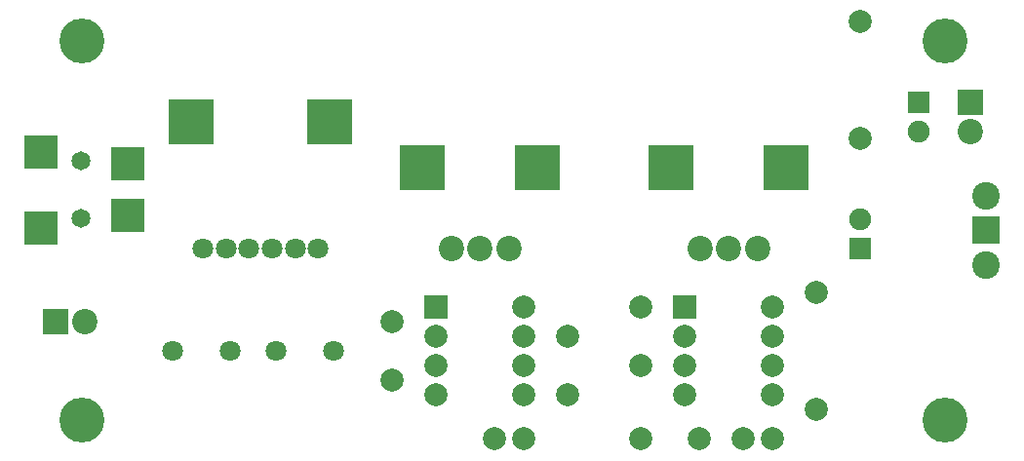
<source format=gbs>
G04 #@! TF.FileFunction,Soldermask,Bot*
%FSLAX46Y46*%
G04 Gerber Fmt 4.6, Leading zero omitted, Abs format (unit mm)*
G04 Created by KiCad (PCBNEW 4.0.6) date Mon Jul 17 14:07:17 2017*
%MOMM*%
%LPD*%
G01*
G04 APERTURE LIST*
%ADD10C,0.100000*%
%ADD11C,3.900000*%
%ADD12C,1.900000*%
%ADD13R,1.900000X1.900000*%
%ADD14C,2.000000*%
%ADD15C,1.800000*%
%ADD16R,2.200000X2.200000*%
%ADD17C,2.200000*%
%ADD18R,2.900000X2.900000*%
%ADD19C,1.650000*%
%ADD20R,2.400000X2.400000*%
%ADD21C,2.400000*%
%ADD22R,2.000000X2.000000*%
%ADD23R,3.900000X3.900000*%
G04 APERTURE END LIST*
D10*
D11*
X125500000Y-81000000D03*
X50500000Y-81000000D03*
X50500000Y-114000000D03*
D12*
X118110000Y-96520000D03*
D13*
X118110000Y-99060000D03*
D14*
X99060000Y-109220000D03*
X99060000Y-104140000D03*
X110490000Y-115570000D03*
X107950000Y-115570000D03*
X99060000Y-115570000D03*
X104140000Y-115570000D03*
X92710000Y-106680000D03*
X92710000Y-111760000D03*
X88900000Y-115570000D03*
X86360000Y-115570000D03*
X77470000Y-110490000D03*
X77470000Y-105410000D03*
D15*
X72390000Y-107950000D03*
X67390000Y-107950000D03*
X58420000Y-107950000D03*
X63420000Y-107950000D03*
D12*
X123190000Y-88900000D03*
D13*
X123190000Y-86360000D03*
D16*
X127635000Y-86360000D03*
D17*
X127635000Y-88900000D03*
D16*
X48260000Y-105410000D03*
D17*
X50800000Y-105410000D03*
D18*
X54490000Y-91730000D03*
X54490000Y-96230000D03*
D19*
X50490000Y-91480000D03*
X50490000Y-96480000D03*
D18*
X46990000Y-97280000D03*
X46990000Y-90680000D03*
D14*
X118110000Y-89535000D03*
X118110000Y-79375000D03*
X114300000Y-113030000D03*
X114300000Y-102870000D03*
D20*
X129000000Y-97500000D03*
D21*
X129000000Y-100500000D03*
X129000000Y-94500000D03*
D22*
X102870000Y-104140000D03*
D14*
X102870000Y-106680000D03*
X102870000Y-109220000D03*
X102870000Y-111760000D03*
X110490000Y-111760000D03*
X110490000Y-109220000D03*
X110490000Y-106680000D03*
X110490000Y-104140000D03*
D22*
X81280000Y-104140000D03*
D14*
X81280000Y-106680000D03*
X81280000Y-109220000D03*
X81280000Y-111760000D03*
X88900000Y-111760000D03*
X88900000Y-109220000D03*
X88900000Y-106680000D03*
X88900000Y-104140000D03*
D23*
X101680000Y-92060000D03*
D17*
X104180000Y-99060000D03*
X109180000Y-99060000D03*
X106680000Y-99060000D03*
D23*
X111680000Y-92060000D03*
X80090000Y-92060000D03*
D17*
X82590000Y-99060000D03*
X87590000Y-99060000D03*
X85090000Y-99060000D03*
D23*
X90090000Y-92060000D03*
X60040000Y-88060000D03*
D15*
X67040000Y-99060000D03*
X65040000Y-99060000D03*
X69040000Y-99060000D03*
X63040000Y-99060000D03*
X61040000Y-99060000D03*
X71040000Y-99060000D03*
D23*
X72040000Y-88060000D03*
D11*
X125500000Y-114000000D03*
M02*

</source>
